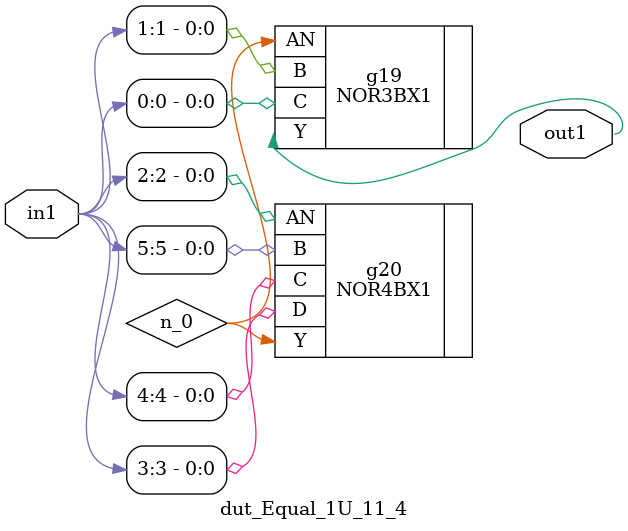
<source format=v>
`timescale 1ps / 1ps


module dut_Equal_1U_11_4(in1, out1);
  input [5:0] in1;
  output out1;
  wire [5:0] in1;
  wire out1;
  wire n_0;
  NOR3BX1 g19(.AN (n_0), .B (in1[1]), .C (in1[0]), .Y (out1));
  NOR4BX1 g20(.AN (in1[2]), .B (in1[5]), .C (in1[4]), .D (in1[3]), .Y
       (n_0));
endmodule



</source>
